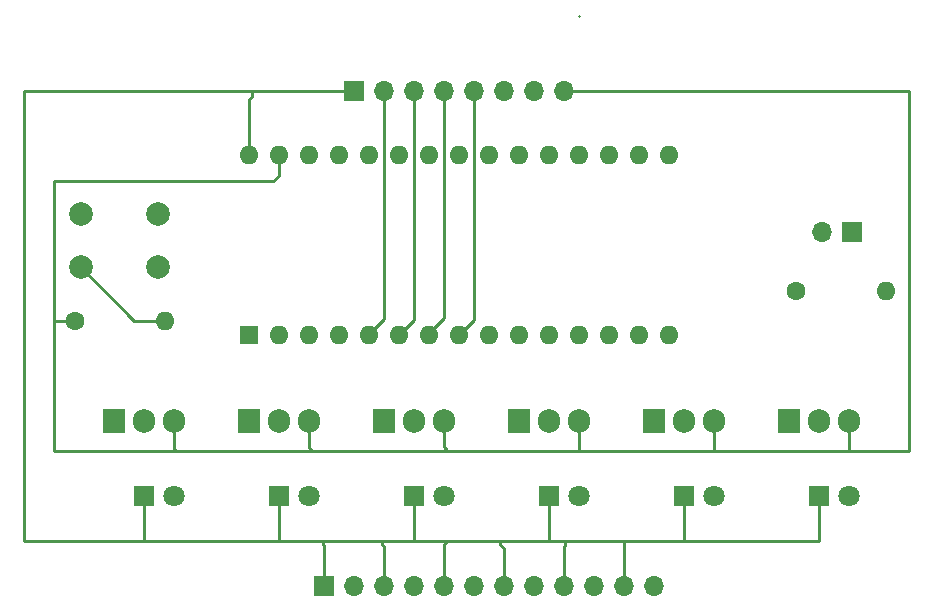
<source format=gbr>
%TF.GenerationSoftware,KiCad,Pcbnew,9.0.0*%
%TF.CreationDate,2025-07-09T11:28:47+10:00*%
%TF.ProjectId,ngmarquee.kicad_pcb_to220_1.1_m3,6e676d61-7271-4756-9565-2e6b69636164,rev?*%
%TF.SameCoordinates,Original*%
%TF.FileFunction,Copper,L2,Bot*%
%TF.FilePolarity,Positive*%
%FSLAX46Y46*%
G04 Gerber Fmt 4.6, Leading zero omitted, Abs format (unit mm)*
G04 Created by KiCad (PCBNEW 9.0.0) date 2025-07-09 11:28:47*
%MOMM*%
%LPD*%
G01*
G04 APERTURE LIST*
%TA.AperFunction,ComponentPad*%
%ADD10R,1.800000X1.800000*%
%TD*%
%TA.AperFunction,ComponentPad*%
%ADD11C,1.800000*%
%TD*%
%TA.AperFunction,ComponentPad*%
%ADD12C,1.600000*%
%TD*%
%TA.AperFunction,ComponentPad*%
%ADD13O,1.600000X1.600000*%
%TD*%
%TA.AperFunction,ComponentPad*%
%ADD14R,1.905000X2.000000*%
%TD*%
%TA.AperFunction,ComponentPad*%
%ADD15O,1.905000X2.000000*%
%TD*%
%TA.AperFunction,ComponentPad*%
%ADD16R,1.700000X1.700000*%
%TD*%
%TA.AperFunction,ComponentPad*%
%ADD17O,1.700000X1.700000*%
%TD*%
%TA.AperFunction,ComponentPad*%
%ADD18C,2.000000*%
%TD*%
%TA.AperFunction,ComponentPad*%
%ADD19R,1.600000X1.600000*%
%TD*%
%TA.AperFunction,Conductor*%
%ADD20C,0.250000*%
%TD*%
G04 APERTURE END LIST*
D10*
%TO.P,D1,1*%
%TO.N,N/C*%
X100330000Y-93980000D03*
D11*
%TO.P,D1,2*%
X102870000Y-93980000D03*
%TD*%
D12*
%TO.P,R2,1*%
%TO.N,N/C*%
X155540000Y-76590000D03*
D13*
%TO.P,R2,2*%
X163160000Y-76590000D03*
%TD*%
D12*
%TO.P,R1,1*%
%TO.N,N/C*%
X94540000Y-79090000D03*
D13*
%TO.P,R1,2*%
X102160000Y-79090000D03*
%TD*%
D10*
%TO.P,D6,1*%
%TO.N,N/C*%
X157480000Y-93980000D03*
D11*
%TO.P,D6,2*%
X160020000Y-93980000D03*
%TD*%
D10*
%TO.P,D5,1*%
%TO.N,N/C*%
X146050000Y-93980000D03*
D11*
%TO.P,D5,2*%
X148590000Y-93980000D03*
%TD*%
D14*
%TO.P,Q6,1*%
%TO.N,N/C*%
X154940000Y-87630000D03*
D15*
%TO.P,Q6,2*%
X157480000Y-87630000D03*
%TO.P,Q6,3*%
X160020000Y-87630000D03*
%TD*%
D16*
%TO.P,REF\u002A\u002A,1*%
%TO.N,N/C*%
X160315000Y-71590000D03*
D17*
%TO.P,REF\u002A\u002A,2*%
X157775000Y-71590000D03*
%TD*%
D14*
%TO.P,Q2,1*%
%TO.N,N/C*%
X109220000Y-87630000D03*
D15*
%TO.P,Q2,2*%
X111760000Y-87630000D03*
%TO.P,Q2,3*%
X114300000Y-87630000D03*
%TD*%
D18*
%TO.P,REF\u002A\u002A,1*%
%TO.N,N/C*%
X95040000Y-70090000D03*
X101540000Y-70090000D03*
%TO.P,REF\u002A\u002A,2*%
X95040000Y-74590000D03*
X101540000Y-74590000D03*
%TD*%
D10*
%TO.P,D4,1*%
%TO.N,N/C*%
X134620000Y-93980000D03*
D11*
%TO.P,D4,2*%
X137160000Y-93980000D03*
%TD*%
D10*
%TO.P,D3,1*%
%TO.N,N/C*%
X123190000Y-93980000D03*
D11*
%TO.P,D3,2*%
X125730000Y-93980000D03*
%TD*%
D14*
%TO.P,Q5,1*%
%TO.N,N/C*%
X143510000Y-87630000D03*
D15*
%TO.P,Q5,2*%
X146050000Y-87630000D03*
%TO.P,Q5,3*%
X148590000Y-87630000D03*
%TD*%
D14*
%TO.P,Q4,1*%
%TO.N,N/C*%
X132080000Y-87630000D03*
D15*
%TO.P,Q4,2*%
X134620000Y-87630000D03*
%TO.P,Q4,3*%
X137160000Y-87630000D03*
%TD*%
D14*
%TO.P,Q3,1*%
%TO.N,N/C*%
X120650000Y-87630000D03*
D15*
%TO.P,Q3,2*%
X123190000Y-87630000D03*
%TO.P,Q3,3*%
X125730000Y-87630000D03*
%TD*%
D14*
%TO.P,Q1,1*%
%TO.N,N/C*%
X97790000Y-87630000D03*
D15*
%TO.P,Q1,2*%
X100330000Y-87630000D03*
%TO.P,Q1,3*%
X102870000Y-87630000D03*
%TD*%
D13*
%TO.P,A1,3V3 Out*%
%TO.N,N/C*%
X142240000Y-65090000D03*
%TO.P,A1,5V Out*%
X116840000Y-65090000D03*
%TO.P,A1,A0*%
X137160000Y-65090000D03*
%TO.P,A1,A1*%
X134620000Y-65090000D03*
%TO.P,A1,A2*%
X132080000Y-65090000D03*
%TO.P,A1,A3*%
X129540000Y-65090000D03*
%TO.P,A1,A4*%
X127000000Y-65090000D03*
%TO.P,A1,A5*%
X124460000Y-65090000D03*
%TO.P,A1,A6*%
X121920000Y-65090000D03*
%TO.P,A1,A7*%
X119380000Y-65090000D03*
%TO.P,A1,D2*%
X119380000Y-80330000D03*
%TO.P,A1,D3*%
X121920000Y-80330000D03*
%TO.P,A1,D4*%
X124460000Y-80330000D03*
%TO.P,A1,D5*%
X127000000Y-80330000D03*
%TO.P,A1,D6*%
X129540000Y-80330000D03*
%TO.P,A1,D7*%
X132080000Y-80330000D03*
%TO.P,A1,D8*%
X134620000Y-80330000D03*
%TO.P,A1,D9*%
X137160000Y-80330000D03*
%TO.P,A1,D10*%
X139700000Y-80330000D03*
%TO.P,A1,D11*%
X142240000Y-80330000D03*
%TO.P,A1,D12*%
X144780000Y-80330000D03*
%TO.P,A1,D13*%
X144780000Y-65090000D03*
%TO.P,A1,GND*%
X116840000Y-80330000D03*
X111760000Y-65090000D03*
%TO.P,A1,REF*%
X139700000Y-65090000D03*
%TO.P,A1,RST*%
X114300000Y-80330000D03*
X114300000Y-65090000D03*
%TO.P,A1,RX0*%
X111760000Y-80330000D03*
D19*
%TO.P,A1,TX1*%
X109220000Y-80330000D03*
D13*
%TO.P,A1,Vin*%
X109220000Y-65090000D03*
%TD*%
D16*
%TO.P,J1,1*%
%TO.N,N/C*%
X118110000Y-59690000D03*
D17*
%TO.P,J1,2*%
X120650000Y-59690000D03*
%TO.P,J1,3*%
X123190000Y-59690000D03*
%TO.P,J1,4*%
X125730000Y-59690000D03*
%TO.P,J1,5*%
X128270000Y-59690000D03*
%TO.P,J1,6*%
X130810000Y-59690000D03*
%TO.P,J1,7*%
X133350000Y-59690000D03*
%TO.P,J1,8*%
X135890000Y-59690000D03*
%TD*%
D10*
%TO.P,D2,1*%
%TO.N,N/C*%
X111760000Y-93980000D03*
D11*
%TO.P,D2,2*%
X114300000Y-93980000D03*
%TD*%
D16*
%TO.P,J2,1*%
%TO.N,N/C*%
X115570000Y-101600000D03*
D17*
%TO.P,J2,2*%
X118110000Y-101600000D03*
%TO.P,J2,3*%
X120650000Y-101600000D03*
%TO.P,J2,4*%
X123190000Y-101600000D03*
%TO.P,J2,5*%
X125730000Y-101600000D03*
%TO.P,J2,6*%
X128270000Y-101600000D03*
%TO.P,J2,7*%
X130810000Y-101600000D03*
%TO.P,J2,8*%
X133350000Y-101600000D03*
%TO.P,J2,9*%
X135890000Y-101600000D03*
%TO.P,J2,10*%
X138430000Y-101600000D03*
%TO.P,J2,11*%
X140970000Y-101600000D03*
%TO.P,J2,12*%
X143510000Y-101600000D03*
%TD*%
D20*
%TO.N,*%
X90170000Y-97790000D02*
X99060000Y-97790000D01*
X97790000Y-90170000D02*
X92710000Y-90170000D01*
X125730000Y-89780000D02*
X125730000Y-87630000D01*
X138430000Y-97790000D02*
X139700000Y-97790000D01*
X125730000Y-78900000D02*
X124620000Y-80010000D01*
X114300000Y-97790000D02*
X115540000Y-97790000D01*
X123190000Y-59690000D02*
X123190000Y-79060000D01*
X126040000Y-90170000D02*
X126040000Y-90090000D01*
X111760000Y-66870000D02*
X111760000Y-65090000D01*
X123190000Y-97790000D02*
X123190000Y-93980000D01*
X115570000Y-98120000D02*
X115570000Y-101600000D01*
X97790000Y-90170000D02*
X103040000Y-90170000D01*
X146050000Y-97790000D02*
X157480000Y-97790000D01*
X143510000Y-97790000D02*
X144780000Y-97790000D01*
X126040000Y-90090000D02*
X125730000Y-89780000D01*
X137040000Y-90170000D02*
X143510000Y-90170000D01*
X114300000Y-89850000D02*
X114300000Y-87630000D01*
X125730000Y-59690000D02*
X125730000Y-78900000D01*
X154940000Y-90170000D02*
X160040000Y-90170000D01*
X133350000Y-97790000D02*
X134620000Y-97790000D01*
X123190000Y-79060000D02*
X121920000Y-80330000D01*
X124620000Y-80010000D02*
X124620000Y-80330000D01*
X157480000Y-97790000D02*
X157480000Y-93980000D01*
X137160000Y-53340000D02*
X137175000Y-53325000D01*
X141040000Y-97790000D02*
X140970000Y-97860000D01*
X132080000Y-90170000D02*
X137040000Y-90170000D01*
X109220000Y-90170000D02*
X114540000Y-90170000D01*
X120540000Y-98090000D02*
X120650000Y-98200000D01*
X123190000Y-97790000D02*
X124460000Y-97790000D01*
X160020000Y-90150000D02*
X160020000Y-87630000D01*
X109220000Y-60410000D02*
X109220000Y-65090000D01*
X114540000Y-90090000D02*
X114300000Y-89850000D01*
X128270000Y-97790000D02*
X129540000Y-97790000D01*
X136040000Y-97790000D02*
X138430000Y-97790000D01*
X146050000Y-97790000D02*
X146050000Y-93980000D01*
X102870000Y-90000000D02*
X102870000Y-87630000D01*
X92710000Y-67310000D02*
X111320000Y-67310000D01*
X109540000Y-59690000D02*
X109540000Y-60090000D01*
X126040000Y-97790000D02*
X128270000Y-97790000D01*
X95040000Y-74590000D02*
X99540000Y-79090000D01*
X100330000Y-97790000D02*
X100330000Y-93980000D01*
X130540000Y-98090000D02*
X130810000Y-98360000D01*
X136040000Y-98090000D02*
X135890000Y-98240000D01*
X124460000Y-97790000D02*
X126040000Y-97790000D01*
X92710000Y-79090000D02*
X92710000Y-74590000D01*
X109540000Y-60090000D02*
X109220000Y-60410000D01*
X103040000Y-90170000D02*
X109220000Y-90170000D01*
X120650000Y-78980000D02*
X119540000Y-80090000D01*
X165100000Y-90170000D02*
X165100000Y-59690000D01*
X111320000Y-67310000D02*
X111760000Y-66870000D01*
X120650000Y-90170000D02*
X126040000Y-90170000D01*
X135890000Y-98240000D02*
X135890000Y-101600000D01*
X120650000Y-59690000D02*
X120650000Y-78980000D01*
X134620000Y-97790000D02*
X134620000Y-93980000D01*
X128270000Y-59690000D02*
X128270000Y-79060000D01*
X109540000Y-59690000D02*
X90170000Y-59690000D01*
X110490000Y-59690000D02*
X118110000Y-59690000D01*
X90170000Y-59690000D02*
X90170000Y-97790000D01*
X136040000Y-97790000D02*
X136040000Y-98090000D01*
X128270000Y-79060000D02*
X127000000Y-80330000D01*
X141040000Y-97790000D02*
X143510000Y-97790000D01*
X160040000Y-90170000D02*
X160020000Y-90150000D01*
X99540000Y-79090000D02*
X102160000Y-79090000D01*
X130810000Y-98360000D02*
X130810000Y-101600000D01*
X148540000Y-90170000D02*
X149040000Y-90170000D01*
X92710000Y-90170000D02*
X92710000Y-79090000D01*
X144780000Y-97790000D02*
X146050000Y-97790000D01*
X137160000Y-90050000D02*
X137160000Y-87630000D01*
X114540000Y-90170000D02*
X114540000Y-90090000D01*
X148590000Y-90120000D02*
X148590000Y-87630000D01*
X120650000Y-98200000D02*
X120650000Y-101600000D01*
X110490000Y-97790000D02*
X111760000Y-97790000D01*
X111760000Y-97790000D02*
X111760000Y-93980000D01*
X140970000Y-97860000D02*
X140970000Y-101600000D01*
X103040000Y-90170000D02*
X102870000Y-90000000D01*
X118110000Y-97790000D02*
X119380000Y-97790000D01*
X99060000Y-97790000D02*
X100330000Y-97790000D01*
X121920000Y-97790000D02*
X123190000Y-97790000D01*
X100330000Y-97790000D02*
X110490000Y-97790000D01*
X120540000Y-97790000D02*
X121920000Y-97790000D01*
X119540000Y-80090000D02*
X119540000Y-80330000D01*
X131040000Y-97790000D02*
X133350000Y-97790000D01*
X110490000Y-59690000D02*
X109540000Y-59690000D01*
X160040000Y-90170000D02*
X165100000Y-90170000D01*
X111760000Y-97790000D02*
X114300000Y-97790000D01*
X115540000Y-97790000D02*
X118110000Y-97790000D01*
X92710000Y-74590000D02*
X92710000Y-67310000D01*
X120540000Y-97790000D02*
X120540000Y-98090000D01*
X149040000Y-90170000D02*
X154940000Y-90170000D01*
X129540000Y-97790000D02*
X130540000Y-97790000D01*
X137040000Y-90170000D02*
X137160000Y-90050000D01*
X126040000Y-97790000D02*
X125730000Y-98100000D01*
X125730000Y-98100000D02*
X125730000Y-101600000D01*
X114540000Y-90170000D02*
X120650000Y-90170000D01*
X134620000Y-97790000D02*
X136040000Y-97790000D01*
X130540000Y-97790000D02*
X130540000Y-98090000D01*
X139700000Y-97790000D02*
X141040000Y-97790000D01*
X130540000Y-97790000D02*
X131040000Y-97790000D01*
X148540000Y-90170000D02*
X148590000Y-90120000D01*
X115540000Y-98090000D02*
X115570000Y-98120000D01*
X94540000Y-79090000D02*
X92710000Y-79090000D01*
X165100000Y-59690000D02*
X135890000Y-59690000D01*
X126040000Y-90170000D02*
X132080000Y-90170000D01*
X115540000Y-97790000D02*
X115540000Y-98090000D01*
X143510000Y-90170000D02*
X148540000Y-90170000D01*
X119380000Y-97790000D02*
X120540000Y-97790000D01*
%TD*%
M02*

</source>
